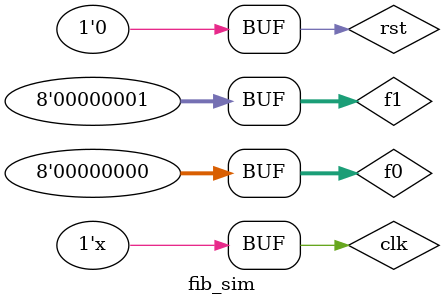
<source format=v>
`timescale 1ns / 1ps


module fib_sim(

    );
    
    reg [7:0] f0,f1;
    reg rst,clk;
    wire [7:0] fn;
    
    FIB #(8) DUT(f0,f1,rst,clk,fn);
    
    initial
    begin
        clk=0;
        f0=0;
        f1=1;
        rst=1;
        #10 rst=0;
    end
    
    always  #5 clk=~clk;
endmodule

</source>
